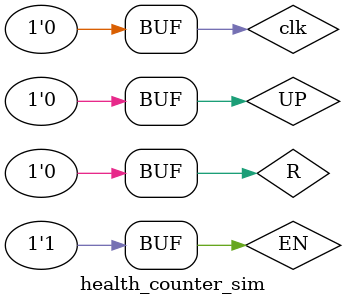
<source format=sv>
`timescale 1ns / 1ps


module health_counter_sim(

    );
    
    logic clk, EN, R, UP, COUNTER_ZERO;
    logic [6:0] count;
    
    
    health_counter health_counter_inst ( .clk(clk), .reset(R), .EN(EN), .count(count), .UP(UP), .counter_zero(COUNTER_ZERO) );
    
    always
    begin
        clk=1;
        #3;
        clk=0;
        #3;
    end
    
    initial
    begin
        R = 0;
        EN = 0;
        UP = 0;
        #3
    
        R = 0;
        EN = 1;
        UP = 1;
        #10
        
        R = 1;
        EN = 0;
        UP = 0;
        #8
        
        R = 0;
        EN = 1;
        UP = 0;
        #5
        
        R = 0;
        EN = 0;
        UP = 1;
        #5
        
        R = 0;
        EN = 1;
        UP = 0;        
        
        
        
        $display("Finished");
     end
endmodule

</source>
